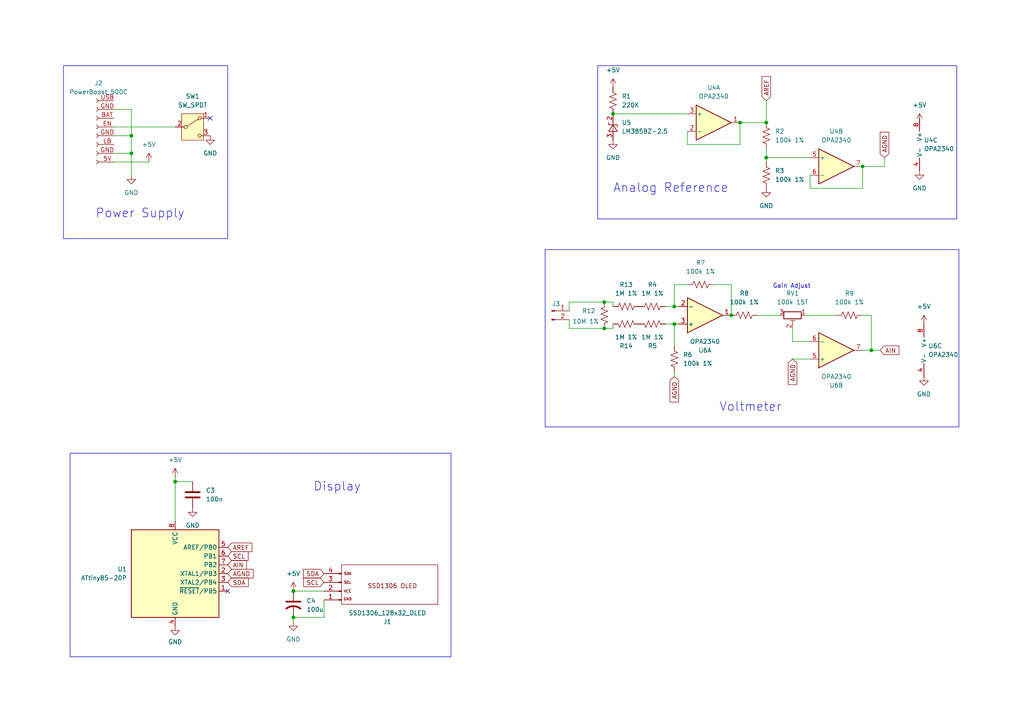
<source format=kicad_sch>
(kicad_sch (version 20250114) (generator "eeschema") (generator_version "9.0")
  (paper "A4")
  (lib_symbols
    (symbol "Amplifier_Operational:OPA2340" (pin_names (offset 0.127))
      (property "Reference" "U" (at 0 5.08 0))
      (property "Value" "OPA2340" (at 0 -5.08 0))
      (symbol "OPA2340_1_1"
        (polyline (pts (xy -5.08 5.08) (xy 5.08 0) (xy -5.08 -5.08) (xy -5.08 5.08)) (stroke (width 0.254)) (fill (type background)))
        (pin input line (at -7.62 2.54 0) (length 2.54) (name "+") (number "3"))
        (pin input line (at -7.62 -2.54 0) (length 2.54) (name "-") (number "2"))
        (pin output line (at 7.62 0 180) (length 2.54) (name "~") (number "1"))
      )
      (symbol "OPA2340_2_1"
        (polyline (pts (xy -5.08 5.08) (xy 5.08 0) (xy -5.08 -5.08) (xy -5.08 5.08)) (stroke (width 0.254)) (fill (type background)))
        (pin input line (at -7.62 2.54 0) (length 2.54) (name "+") (number "5"))
        (pin input line (at -7.62 -2.54 0) (length 2.54) (name "-") (number "6"))
        (pin output line (at 7.62 0 180) (length 2.54) (name "~") (number "7"))
      )
      (symbol "OPA2340_3_1"
        (pin power_in line (at -2.54 7.62 270) (length 3.81) (name "V+") (number "8"))
        (pin power_in line (at -2.54 -7.62 90) (length 3.81) (name "V-") (number "4"))
      )
    )
    (symbol "Connector:Conn_01x02_Pin" (pin_names (offset 1.016) (hide yes))
      (property "Reference" "J" (at 0 2.54 0))
      (property "Value" "Conn_01x02_Pin" (at 0 -5.08 0))
      (symbol "Conn_01x02_Pin_1_1"
        (rectangle (start 0.8636 0.127) (end 0 -0.127) (stroke (width 0.1524)) (fill (type outline)))
        (rectangle (start 0.8636 -2.413) (end 0 -2.667) (stroke (width 0.1524)) (fill (type outline)))
        (polyline (pts (xy 1.27 0) (xy 0.8636 0)) (stroke (width 0.1524)))
        (polyline (pts (xy 1.27 -2.54) (xy 0.8636 -2.54)) (stroke (width 0.1524)))
        (pin passive line (at 5.08 0 180) (length 3.81) (name "Pin_1") (number "1"))
        (pin passive line (at 5.08 -2.54 180) (length 3.81) (name "Pin_2") (number "2"))
      )
    )
    (symbol "Device:C" (pin_numbers (hide yes)) (pin_names (offset 0.254))
      (property "Reference" "C" (at 0.635 2.54 0))
      (property "Value" "C" (at 0.635 -2.54 0))
      (symbol "C_0_1"
        (polyline (pts (xy -2.032 0.762) (xy 2.032 0.762)) (stroke (width 0.508)))
        (polyline (pts (xy -2.032 -0.762) (xy 2.032 -0.762)) (stroke (width 0.508)))
      )
      (symbol "C_1_1"
        (pin passive line (at 0 3.81 270) (length 2.794) (name "~") (number "1"))
        (pin passive line (at 0 -3.81 90) (length 2.794) (name "~") (number "2"))
      )
    )
    (symbol "Device:C_US" (pin_numbers (hide yes)) (pin_names (offset 0.254) (hide yes))
      (property "Reference" "C" (at 0.635 2.54 0))
      (property "Value" "C_US" (at 0.635 -2.54 0))
      (symbol "C_US_0_1"
        (polyline (pts (xy -2.032 0.762) (xy 2.032 0.762)) (stroke (width 0.508)))
        (arc (start -2.032 -1.27) (mid 0 -0.5572) (end 2.032 -1.27) (stroke (width 0.508)))
      )
      (symbol "C_US_1_1"
        (pin passive line (at 0 3.81 270) (length 2.794) (name "~") (number "1"))
        (pin passive line (at 0 -3.81 90) (length 3.302) (name "~") (number "2"))
      )
    )
    (symbol "Device:R_Potentiometer_Trim" (pin_names (offset 1.016) (hide yes))
      (property "Reference" "RV" (at -4.445 0 90))
      (property "Value" "R_Potentiometer_Trim" (at -2.54 0 90))
      (symbol "R_Potentiometer_Trim_0_1"
        (rectangle (start 1.016 2.54) (end -1.016 -2.54) (stroke (width 0.254)))
        (polyline (pts (xy 1.524 0.762) (xy 1.524 -0.762)))
        (polyline (pts (xy 2.54 0) (xy 1.524 0)))
      )
      (symbol "R_Potentiometer_Trim_1_1"
        (pin passive line (at 0 3.81 270) (length 1.27) (name "1") (number "1"))
        (pin passive line (at 0 -3.81 90) (length 1.27) (name "3") (number "3"))
        (pin passive line (at 3.81 0 180) (length 1.27) (name "2") (number "2"))
      )
    )
    (symbol "Device:R_US" (pin_numbers (hide yes)) (pin_names (offset 0))
      (property "Reference" "R" (at 2.54 0 90))
      (property "Value" "R_US" (at -2.54 0 90))
      (symbol "R_US_0_1"
        (polyline (pts (xy 0 2.286) (xy 0 2.54)))
        (polyline (pts (xy 0 2.286) (xy 1.016 1.905) (xy 0 1.524) (xy -1.016 1.143) (xy 0 0.762)))
        (polyline (pts (xy 0 0.762) (xy 1.016 0.381) (xy 0 0) (xy -1.016 -0.381) (xy 0 -0.762)))
        (polyline (pts (xy 0 -0.762) (xy 1.016 -1.143) (xy 0 -1.524) (xy -1.016 -1.905) (xy 0 -2.286)))
        (polyline (pts (xy 0 -2.286) (xy 0 -2.54)))
      )
      (symbol "R_US_1_1"
        (pin passive line (at 0 3.81 270) (length 1.27) (name "~") (number "1"))
        (pin passive line (at 0 -3.81 90) (length 1.27) (name "~") (number "2"))
      )
    )
    (symbol "MCU_Microchip_ATtiny:ATtiny85-20P"
      (property "Reference" "U" (at -12.7 13.97 0))
      (property "Value" "ATtiny85-20P" (at 2.54 -13.97 0))
      (symbol "ATtiny85-20P_0_1"
        (rectangle (start -12.7 -12.7) (end 12.7 12.7) (stroke (width 0.254)) (fill (type background)))
      )
      (symbol "ATtiny85-20P_1_1"
        (pin power_in line (at 0 15.24 270) (length 2.54) (name "VCC") (number "8"))
        (pin power_in line (at 0 -15.24 90) (length 2.54) (name "GND") (number "4"))
        (pin bidirectional line (at 15.24 7.62 180) (length 2.54) (name "AREF/PB0") (number "5"))
        (pin bidirectional line (at 15.24 5.08 180) (length 2.54) (name "PB1") (number "6"))
        (pin bidirectional line (at 15.24 2.54 180) (length 2.54) (name "PB2") (number "7"))
        (pin bidirectional line (at 15.24 0 180) (length 2.54) (name "XTAL1/PB3") (number "2"))
        (pin bidirectional line (at 15.24 -2.54 180) (length 2.54) (name "XTAL2/PB4") (number "3"))
        (pin bidirectional line (at 15.24 -5.08 180) (length 2.54) (name "~{RESET}/PB5") (number "1"))
      )
    )
    (symbol "Reference_Voltage:LM385BZ-2.5" (pin_names (offset 0.0254) (hide yes))
      (property "Reference" "U" (at 0 2.54 0))
      (property "Value" "LM385BZ-2.5" (at 0 -3.175 0))
      (symbol "LM385BZ-2.5_0_1"
        (polyline (pts (xy -1.27 0) (xy 0 0) (xy 1.27 0)))
        (polyline (pts (xy -1.27 -1.27) (xy 0.635 0) (xy -1.27 1.27) (xy -1.27 -1.27)) (stroke (width 0.2032)))
        (polyline (pts (xy 0 -1.27) (xy 0.635 -1.27) (xy 0.635 1.27) (xy 1.27 1.27)) (stroke (width 0.2032)))
      )
      (symbol "LM385BZ-2.5_1_1"
        (pin passive line (at -3.81 0 0) (length 2.54) (name "A") (number "3"))
        (pin passive line (at 3.81 0 180) (length 2.54) (name "K") (number "2"))
      )
    )
    (symbol "Switch:SW_SPDT" (pin_names (offset 0) (hide yes))
      (property "Reference" "SW" (at 0 5.08 0))
      (property "Value" "SW_SPDT" (at 0 -5.08 0))
      (symbol "SW_SPDT_0_1"
        (circle (center -2.032 0) (radius 0.4572))
        (polyline (pts (xy -1.651 0.254) (xy 1.651 2.286)))
        (circle (center 2.032 2.54) (radius 0.4572))
        (circle (center 2.032 -2.54) (radius 0.4572))
      )
      (symbol "SW_SPDT_1_1"
        (rectangle (start -3.175 3.81) (end 3.175 -3.81) (fill (type background)))
        (pin passive line (at -5.08 0 0) (length 2.54) (name "B") (number "2"))
        (pin passive line (at 5.08 2.54 180) (length 2.54) (name "A") (number "1"))
        (pin passive line (at 5.08 -2.54 180) (length 2.54) (name "C") (number "3"))
      )
    )
    (symbol "User:PowerBoost_500C" (pin_names (offset 1.016) (hide yes))
      (property "Reference" "J2" (at -0.635 8.89 0))
      (property "Value" "PowerBoost_500C" (at -0.635 6.35 0))
      (symbol "PowerBoost_500C_1_1"
        (arc (start -1.27 4.318) (mid -0.7642 3.81) (end -1.27 3.302) (stroke (width 0.1524)))
        (arc (start -1.27 1.778) (mid -0.7642 1.27) (end -1.27 0.762) (stroke (width 0.1524)))
        (arc (start -1.27 -0.762) (mid -0.7642 -1.27) (end -1.27 -1.778) (stroke (width 0.1524)))
        (arc (start -1.27 -3.302) (mid -0.7642 -3.81) (end -1.27 -4.318) (stroke (width 0.1524)))
        (arc (start -1.27 -5.842) (mid -0.7642 -6.35) (end -1.27 -6.858) (stroke (width 0.1524)))
        (arc (start -1.27 -8.382) (mid -0.7642 -8.89) (end -1.27 -9.398) (stroke (width 0.1524)))
        (arc (start -1.27 -10.922) (mid -0.7642 -11.43) (end -1.27 -11.938) (stroke (width 0.1524)))
        (arc (start -1.27 -13.462) (mid -0.7642 -13.97) (end -1.27 -14.478) (stroke (width 0.1524)))
        (polyline (pts (xy 0 3.81) (xy -0.762 3.81)) (stroke (width 0.1524)))
        (polyline (pts (xy 0 1.27) (xy -0.762 1.27)) (stroke (width 0.1524)))
        (polyline (pts (xy 0 -1.27) (xy -0.762 -1.27)) (stroke (width 0.1524)))
        (polyline (pts (xy 0 -3.81) (xy -0.762 -3.81)) (stroke (width 0.1524)))
        (polyline (pts (xy 0 -6.35) (xy -0.762 -6.35)) (stroke (width 0.1524)))
        (polyline (pts (xy 0 -8.89) (xy -0.762 -8.89)) (stroke (width 0.1524)))
        (polyline (pts (xy 0 -11.43) (xy -0.762 -11.43)) (stroke (width 0.1524)))
        (polyline (pts (xy 0 -13.97) (xy -0.762 -13.97)) (stroke (width 0.1524)))
        (pin passive line (at 3.81 3.81 180) (length 3.81) (name "Pin_8") (number "USB"))
        (pin passive line (at 3.81 1.27 180) (length 3.81) (name "Pin_7") (number "GND"))
        (pin passive line (at 3.81 -1.27 180) (length 3.81) (name "Pin_6") (number "BAT"))
        (pin passive line (at 3.81 -3.81 180) (length 3.81) (name "Pin_5") (number "EN"))
        (pin passive line (at 3.81 -6.35 180) (length 3.81) (name "Pin_4") (number "GND"))
        (pin passive line (at 3.81 -8.89 180) (length 3.81) (name "Pin_3") (number "LB"))
        (pin passive line (at 3.81 -11.43 180) (length 3.81) (name "Pin_2") (number "GND"))
        (pin passive line (at 3.81 -13.97 180) (length 3.81) (name "Pin_1") (number "5V"))
      )
    )
    (symbol "User:SSD1306_128x32_OLED" (pin_names (offset 1.016) (hide yes))
      (property "Reference" "J1" (at 0.635 7.62 0))
      (property "Value" "SSD1306_128x32_OLED" (at 0.635 5.08 0))
      (symbol "SSD1306_128x32_OLED_1_1"
        (rectangle (start 0 3.81) (end -27.94 -7.62))
        (rectangle (start 0.8636 2.667) (end 0 2.413) (stroke (width 0.1524)) (fill (type outline)))
        (rectangle (start 0.8636 0.127) (end 0 -0.127) (stroke (width 0.1524)) (fill (type outline)))
        (rectangle (start 0.8636 -2.413) (end 0 -2.667) (stroke (width 0.1524)) (fill (type outline)))
        (rectangle (start 0.8636 -4.953) (end 0 -5.207) (stroke (width 0.1524)) (fill (type outline)))
        (polyline (pts (xy 1.27 2.54) (xy 0.8636 2.54)) (stroke (width 0.1524)))
        (polyline (pts (xy 1.27 0) (xy 0.8636 0)) (stroke (width 0.1524)))
        (polyline (pts (xy 1.27 -2.54) (xy 0.8636 -2.54)) (stroke (width 0.1524)))
        (polyline (pts (xy 1.27 -5.08) (xy 0.8636 -5.08)) (stroke (width 0.1524)))
        (text "SSD1306 OLED" (at -14.732 -1.524 0) (effects (font (size 1.27 1.27))))
        (text "GND" (at -1.778 2.286 0) (effects (font (size 0.762 0.762))))
        (text "VCC" (at -1.778 0 0) (effects (font (size 0.762 0.762))))
        (text "SCL" (at -1.778 -2.54 0) (effects (font (size 0.762 0.762))))
        (text "SDA" (at -1.778 -5.08 0) (effects (font (size 0.762 0.762))))
        (pin passive line (at 5.08 2.54 180) (length 3.81) (name "GND") (number "1"))
        (pin passive line (at 5.08 0 180) (length 3.81) (name "VCC") (number "2"))
        (pin input line (at 5.08 -2.54 180) (length 3.81) (name "SCL") (number "3"))
        (pin bidirectional line (at 5.08 -5.08 180) (length 3.81) (name "SDA") (number "4"))
      )
    )
    (symbol "power:+5V" (power) (pin_numbers (hide yes)) (pin_names (offset 0) (hide yes))
      (property "Value" "+5V" (at 0 3.556 0))
      (symbol "+5V_0_1"
        (polyline (pts (xy -0.762 1.27) (xy 0 2.54)))
        (polyline (pts (xy 0 2.54) (xy 0.762 1.27)))
        (polyline (pts (xy 0 0) (xy 0 2.54)))
      )
      (symbol "+5V_1_1"
        (pin power_in line (at 0 0 90) (length 0) (name "~") (number "1"))
      )
    )
    (symbol "power:GND" (power) (pin_numbers (hide yes)) (pin_names (offset 0) (hide yes))
      (property "Value" "GND" (at 0 -3.81 0))
      (symbol "GND_0_1"
        (polyline (pts (xy 0 0) (xy 0 -1.27) (xy 1.27 -1.27) (xy 0 -2.54) (xy -1.27 -1.27) (xy 0 -1.27)))
      )
      (symbol "GND_1_1"
        (pin power_in line (at 0 0 270) (length 0) (name "~") (number "1"))
      )
    )
  )
  (rectangle (start 173.355 19.05) (end 277.495 63.5))
  (rectangle (start 18.415 19.05) (end 66.04 69.215))
  (rectangle (start 20.32 131.445) (end 130.81 190.5))
  (rectangle (start 158.115 72.39) (end 278.13 123.825))
  (text "Power Supply" (at 40.64 61.976 0) (effects (font (size 2.54 2.54))))
  (text "Analog Reference" (at 194.564 54.61 0) (effects (font (size 2.54 2.54))))
  (text "Voltmeter" (at 217.678 118.11 0) (effects (font (size 2.54 2.54))))
  (text "Gain Adjust\n" (at 229.616 83.058 0) (effects (font (size 1.27 1.27))))
  (text "Display" (at 97.79 141.224 0) (effects (font (size 2.54 2.54))))
  (junction (at 175.26 87.63))
  (junction (at 222.25 35.56))
  (junction (at 50.8 139.7))
  (junction (at 177.8 33.02))
  (junction (at 175.26 95.25))
  (junction (at 38.1 39.37))
  (junction (at 195.58 93.98))
  (junction (at 214.63 35.56))
  (junction (at 38.1 44.45))
  (junction (at 212.09 91.44))
  (junction (at 85.09 171.45))
  (junction (at 250.19 48.26))
  (junction (at 195.58 88.9))
  (junction (at 85.09 179.07))
  (junction (at 222.25 45.72))
  (junction (at 252.73 101.6))
  (no_connect (at 60.96 34.29))
  (no_connect (at 66.04 171.45))
  (wire (pts (xy 43.18 46.99) (xy 33.02 46.99)))
  (wire (pts (xy 229.87 99.06) (xy 234.95 99.06)))
  (wire (pts (xy 250.19 48.26) (xy 250.19 54.61)))
  (wire (pts (xy 226.06 91.44) (xy 219.71 91.44)))
  (wire (pts (xy 222.25 29.21) (xy 222.25 35.56)))
  (wire (pts (xy 85.09 180.34) (xy 85.09 179.07)))
  (wire (pts (xy 177.8 93.98) (xy 177.8 95.25)))
  (wire (pts (xy 50.8 139.7) (xy 55.88 139.7)))
  (wire (pts (xy 175.26 87.63) (xy 177.8 87.63)))
  (wire (pts (xy 175.26 95.25) (xy 177.8 95.25)))
  (wire (pts (xy 85.09 171.45) (xy 93.98 171.45)))
  (wire (pts (xy 195.58 100.33) (xy 195.58 93.98)))
  (wire (pts (xy 193.04 93.98) (xy 195.58 93.98)))
  (wire (pts (xy 195.58 93.98) (xy 196.85 93.98)))
  (wire (pts (xy 242.57 91.44) (xy 233.68 91.44)))
  (wire (pts (xy 195.58 88.9) (xy 196.85 88.9)))
  (wire (pts (xy 256.54 45.72) (xy 256.54 48.26)))
  (wire (pts (xy 250.19 48.26) (xy 256.54 48.26)))
  (wire (pts (xy 193.04 88.9) (xy 195.58 88.9)))
  (wire (pts (xy 222.25 43.18) (xy 222.25 45.72)))
  (wire (pts (xy 234.95 50.8) (xy 234.95 54.61)))
  (wire (pts (xy 38.1 31.75) (xy 38.1 39.37)))
  (wire (pts (xy 165.1 87.63) (xy 175.26 87.63)))
  (wire (pts (xy 93.98 179.07) (xy 93.98 173.99)))
  (wire (pts (xy 250.19 101.6) (xy 252.73 101.6)))
  (wire (pts (xy 199.39 38.1) (xy 199.39 41.91)))
  (wire (pts (xy 165.1 92.71) (xy 165.1 95.25)))
  (wire (pts (xy 199.39 33.02) (xy 177.8 33.02)))
  (wire (pts (xy 195.58 82.55) (xy 195.58 88.9)))
  (wire (pts (xy 229.87 104.14) (xy 234.95 104.14)))
  (wire (pts (xy 177.8 87.63) (xy 177.8 88.9)))
  (wire (pts (xy 33.02 44.45) (xy 38.1 44.45)))
  (wire (pts (xy 252.73 91.44) (xy 250.19 91.44)))
  (wire (pts (xy 199.39 82.55) (xy 195.58 82.55)))
  (wire (pts (xy 38.1 50.8) (xy 38.1 44.45)))
  (wire (pts (xy 222.25 45.72) (xy 234.95 45.72)))
  (wire (pts (xy 207.01 82.55) (xy 212.09 82.55)))
  (wire (pts (xy 165.1 90.17) (xy 165.1 87.63)))
  (wire (pts (xy 212.09 82.55) (xy 212.09 91.44)))
  (wire (pts (xy 195.58 109.22) (xy 195.58 107.95)))
  (wire (pts (xy 214.63 35.56) (xy 214.63 41.91)))
  (wire (pts (xy 33.02 36.83) (xy 50.8 36.83)))
  (wire (pts (xy 50.8 138.43) (xy 50.8 139.7)))
  (wire (pts (xy 33.02 31.75) (xy 38.1 31.75)))
  (wire (pts (xy 50.8 139.7) (xy 50.8 151.13)))
  (wire (pts (xy 234.95 54.61) (xy 250.19 54.61)))
  (wire (pts (xy 252.73 101.6) (xy 255.27 101.6)))
  (wire (pts (xy 199.39 41.91) (xy 214.63 41.91)))
  (wire (pts (xy 252.73 101.6) (xy 252.73 91.44)))
  (wire (pts (xy 85.09 179.07) (xy 93.98 179.07)))
  (wire (pts (xy 165.1 95.25) (xy 175.26 95.25)))
  (wire (pts (xy 222.25 45.72) (xy 222.25 46.99)))
  (wire (pts (xy 214.63 35.56) (xy 222.25 35.56)))
  (wire (pts (xy 38.1 44.45) (xy 38.1 39.37)))
  (wire (pts (xy 38.1 39.37) (xy 33.02 39.37)))
  (wire (pts (xy 229.87 99.06) (xy 229.87 95.25)))
  (global_label "SCL" (shape input) (at 93.98 168.91 180) (property "Intersheetrefs" "${INTERSHEET_REFS}" (effects (hide yes))))
  (global_label "AIN" (shape input) (at 255.27 101.6 0) (property "Intersheetrefs" "${INTERSHEET_REFS}" (effects (hide yes))))
  (global_label "AREF" (shape input) (at 222.25 29.21 90) (property "Intersheetrefs" "${INTERSHEET_REFS}" (effects (hide yes))))
  (global_label "SDA" (shape input) (at 93.98 166.37 180) (property "Intersheetrefs" "${INTERSHEET_REFS}" (effects (hide yes))))
  (global_label "SCL" (shape input) (at 66.04 161.29 0) (property "Intersheetrefs" "${INTERSHEET_REFS}" (effects (hide yes))))
  (global_label "AIN" (shape input) (at 66.04 163.83 0) (property "Intersheetrefs" "${INTERSHEET_REFS}" (effects (hide yes))))
  (global_label "AGND" (shape input) (at 256.54 45.72 90) (property "Intersheetrefs" "${INTERSHEET_REFS}" (effects (hide yes))))
  (global_label "AGND" (shape input) (at 229.87 104.14 270) (property "Intersheetrefs" "${INTERSHEET_REFS}" (effects (hide yes))))
  (global_label "AGND" (shape input) (at 195.58 109.22 270) (property "Intersheetrefs" "${INTERSHEET_REFS}" (effects (hide yes))))
  (global_label "AGND" (shape input) (at 66.04 166.37 0) (property "Intersheetrefs" "${INTERSHEET_REFS}" (effects (hide yes))))
  (global_label "AREF" (shape input) (at 66.04 158.75 0) (property "Intersheetrefs" "${INTERSHEET_REFS}" (effects (hide yes))))
  (global_label "SDA" (shape input) (at 66.04 168.91 0) (property "Intersheetrefs" "${INTERSHEET_REFS}" (effects (hide yes))))
  (symbol (lib_id "Amplifier_Operational:OPA2340") (at 270.51 101.6 0) (unit 3)
    (property "Reference" "U6" (at 269.24 100.3299 0) (effects (justify left)))
    (property "Value" "OPA2340" (at 269.24 102.8699 0) (effects (justify left)))
    (property "Footprint" "Package_SO:SOIC-8_3.9x4.9mm_P1.27mm" (effects (hide yes)))
    (property "Datasheet" "http://www.ti.com/lit/ds/symlink/opa4340.pdf" (effects (hide yes)))
    (property "Description" "Dual Single-Supply, Rail-to-Rail Operational Amplifiers, MicroAmplifier Series, DIP-8/SOIC-8/SSOP-8" (effects (hide yes)))
  )
  (symbol (lib_id "Device:R_US") (at 195.58 104.14 0) (unit 1)
    (property "Reference" "R6" (at 198.12 102.8699 0) (effects (justify left)))
    (property "Value" "100k 1%" (at 198.12 105.4099 0) (effects (justify left)))
    (property "Footprint" "Resistor_THT:R_Axial_DIN0207_L6.3mm_D2.5mm_P5.08mm_Vertical" (effects (hide yes)))
    (property "Description" "Resistor, US symbol" (effects (hide yes)))
  )
  (symbol (lib_id "power:GND") (at 267.97 109.22 0) (unit 1)
    (property "Reference" "#PWR014" (effects (hide yes)))
    (property "Value" "GND" (at 267.97 114.3 0))
    (property "Description" "Power symbol creates a global label with name \"GND\" , ground" (effects (hide yes)))
  )
  (symbol (lib_id "Device:R_US") (at 177.8 29.21 0) (unit 1)
    (property "Reference" "R1" (at 180.34 27.9399 0) (effects (justify left)))
    (property "Value" "220K" (at 180.34 30.4799 0) (effects (justify left)))
    (property "Footprint" "Resistor_THT:R_Axial_DIN0207_L6.3mm_D2.5mm_P10.16mm_Horizontal" (effects (hide yes)))
    (property "Description" "Resistor, US symbol" (effects (hide yes)))
  )
  (symbol (lib_id "Device:R_US") (at 246.38 91.44 90) (unit 1)
    (property "Reference" "R9" (at 246.38 85.09 90))
    (property "Value" "100k 1%" (at 246.38 87.63 90))
    (property "Footprint" "Resistor_THT:R_Axial_DIN0207_L6.3mm_D2.5mm_P2.54mm_Vertical" (effects (hide yes)))
    (property "Description" "Resistor, US symbol" (effects (hide yes)))
  )
  (symbol (lib_id "Device:R_Potentiometer_Trim") (at 229.87 91.44 270) (unit 1)
    (property "Reference" "RV1" (at 229.87 85.09 90))
    (property "Value" "100k 15T" (at 229.87 87.63 90))
    (property "Footprint" "Potentiometer_THT:Potentiometer_Bourns_3296W_Vertical" (effects (hide yes)))
    (property "Description" "Trim-potentiometer" (effects (hide yes)))
  )
  (symbol (lib_id "Device:R_US") (at 222.25 39.37 0) (unit 1)
    (property "Reference" "R2" (at 224.79 38.0999 0) (effects (justify left)))
    (property "Value" "100k 1%" (at 224.79 40.6399 0) (effects (justify left)))
    (property "Footprint" "Resistor_THT:R_Axial_DIN0207_L6.3mm_D2.5mm_P10.16mm_Horizontal" (effects (hide yes)))
    (property "Description" "Resistor, US symbol" (effects (hide yes)))
  )
  (symbol (lib_id "Amplifier_Operational:OPA2340") (at 207.01 35.56 0) (unit 1)
    (property "Reference" "U4" (at 207.01 25.4 0))
    (property "Value" "OPA2340" (at 207.01 27.94 0))
    (property "Footprint" "Package_SO:SOIC-8_3.9x4.9mm_P1.27mm" (effects (hide yes)))
    (property "Datasheet" "http://www.ti.com/lit/ds/symlink/opa4340.pdf" (effects (hide yes)))
    (property "Description" "Dual Single-Supply, Rail-to-Rail Operational Amplifiers, MicroAmplifier Series, DIP-8/SOIC-8/SSOP-8" (effects (hide yes)))
  )
  (symbol (lib_id "Device:R_US") (at 215.9 91.44 270) (unit 1)
    (property "Reference" "R8" (at 215.9 85.09 90))
    (property "Value" "100k 1%" (at 215.9 87.63 90))
    (property "Footprint" "Resistor_THT:R_Axial_DIN0207_L6.3mm_D2.5mm_P10.16mm_Horizontal" (effects (hide yes)))
    (property "Description" "Resistor, US symbol" (effects (hide yes)))
  )
  (symbol (lib_id "power:GND") (at 222.25 54.61 0) (unit 1)
    (property "Reference" "#PWR010" (effects (hide yes)))
    (property "Value" "GND" (at 222.25 59.69 0))
    (property "Description" "Power symbol creates a global label with name \"GND\" , ground" (effects (hide yes)))
  )
  (symbol (lib_id "Device:C_US") (at 85.09 175.26 0) (unit 1)
    (property "Reference" "C4" (at 88.9 174.2439 0) (effects (justify left)))
    (property "Value" "100u" (at 88.9 176.7839 0) (effects (justify left)))
    (property "Footprint" "Capacitor_THT:C_Radial_D6.3mm_H7.0mm_P2.50mm" (effects (hide yes)))
    (property "Description" "capacitor, US symbol" (effects (hide yes)))
  )
  (symbol (lib_id "Device:R_US") (at 189.23 88.9 90) (unit 1)
    (property "Reference" "R4" (at 189.23 82.55 90))
    (property "Value" "1M 1%" (at 189.23 85.09 90))
    (property "Footprint" "Resistor_THT:R_Axial_DIN0207_L6.3mm_D2.5mm_P2.54mm_Vertical" (effects (hide yes)))
    (property "Description" "Resistor, US symbol" (effects (hide yes)))
  )
  (symbol (lib_id "Device:R_US") (at 222.25 50.8 0) (unit 1)
    (property "Reference" "R3" (at 224.79 49.5299 0) (effects (justify left)))
    (property "Value" "100k 1%" (at 224.79 52.0699 0) (effects (justify left)))
    (property "Footprint" "Resistor_THT:R_Axial_DIN0207_L6.3mm_D2.5mm_P7.62mm_Horizontal" (effects (hide yes)))
    (property "Description" "Resistor, US symbol" (effects (hide yes)))
  )
  (symbol (lib_id "power:GND") (at 50.8 181.61 0) (unit 1)
    (property "Reference" "#PWR04" (effects (hide yes)))
    (property "Value" "GND" (at 50.8 186.182 0))
    (property "Description" "Power symbol creates a global label with name \"GND\" , ground" (effects (hide yes)))
  )
  (symbol (lib_id "Device:C") (at 55.88 143.51 0) (unit 1)
    (property "Reference" "C3" (at 59.69 142.2399 0) (effects (justify left)))
    (property "Value" "100n" (at 59.69 144.7799 0) (effects (justify left)))
    (property "Footprint" "Capacitor_THT:C_Disc_D7.0mm_W2.5mm_P5.00mm" (effects (hide yes)))
    (property "Description" "Unpolarized capacitor" (effects (hide yes)))
  )
  (symbol (lib_id "Amplifier_Operational:OPA2340") (at 242.57 48.26 0) (unit 2)
    (property "Reference" "U4" (at 242.57 38.1 0))
    (property "Value" "OPA2340" (at 242.57 40.64 0))
    (property "Footprint" "Package_SO:SOIC-8_3.9x4.9mm_P1.27mm" (effects (hide yes)))
    (property "Datasheet" "http://www.ti.com/lit/ds/symlink/opa4340.pdf" (effects (hide yes)))
    (property "Description" "Dual Single-Supply, Rail-to-Rail Operational Amplifiers, MicroAmplifier Series, DIP-8/SOIC-8/SSOP-8" (effects (hide yes)))
  )
  (symbol (lib_id "Device:R_US") (at 181.61 88.9 90) (unit 1)
    (property "Reference" "R13" (at 181.61 82.55 90))
    (property "Value" "1M 1%" (at 181.61 85.09 90))
    (property "Footprint" "Resistor_THT:R_Axial_DIN0207_L6.3mm_D2.5mm_P2.54mm_Vertical" (effects (hide yes)))
    (property "Description" "Resistor, US symbol" (effects (hide yes)))
  )
  (symbol (lib_id "power:GND") (at 55.88 147.32 0) (unit 1)
    (property "Reference" "#PWR05" (effects (hide yes)))
    (property "Value" "GND" (at 55.88 152.4 0))
    (property "Description" "Power symbol creates a global label with name \"GND\" , ground" (effects (hide yes)))
  )
  (symbol (lib_id "power:+5V") (at 50.8 138.43 0) (unit 1)
    (property "Reference" "#PWR03" (effects (hide yes)))
    (property "Value" "+5V" (at 50.8 133.35 0))
    (property "Description" "Power symbol creates a global label with name \"+5V\"" (effects (hide yes)))
  )
  (symbol (lib_id "Amplifier_Operational:OPA2340") (at 204.47 91.44 0) (mirror x) (unit 1)
    (property "Reference" "U6" (at 204.47 101.6 0))
    (property "Value" "OPA2340" (at 204.47 99.06 0))
    (property "Footprint" "Package_SO:SOIC-8_3.9x4.9mm_P1.27mm" (effects (hide yes)))
    (property "Datasheet" "http://www.ti.com/lit/ds/symlink/opa4340.pdf" (effects (hide yes)))
    (property "Description" "Dual Single-Supply, Rail-to-Rail Operational Amplifiers, MicroAmplifier Series, DIP-8/SOIC-8/SSOP-8" (effects (hide yes)))
  )
  (symbol (lib_id "Switch:SW_SPDT") (at 55.88 36.83 0) (unit 1)
    (property "Reference" "SW1" (at 55.88 27.94 0))
    (property "Value" "SW_SPDT" (at 55.88 30.48 0))
    (property "Footprint" "Button_Switch_THT:SW_Slide_SPDT_Angled_CK_OS102011MA1Q" (effects (hide yes)))
    (property "Description" "Switch, single pole double throw" (effects (hide yes)))
  )
  (symbol (lib_id "Device:R_US") (at 181.61 93.98 90) (mirror x) (unit 1)
    (property "Reference" "R14" (at 181.61 100.33 90))
    (property "Value" "1M 1%" (at 181.61 97.79 90))
    (property "Footprint" "Resistor_THT:R_Axial_DIN0207_L6.3mm_D2.5mm_P2.54mm_Vertical" (effects (hide yes)))
    (property "Description" "Resistor, US symbol" (effects (hide yes)))
  )
  (symbol (lib_id "Reference_Voltage:LM385BZ-2.5") (at 177.8 36.83 90) (unit 1)
    (property "Reference" "U5" (at 180.34 35.5599 90) (effects (justify right)))
    (property "Value" "LM385BZ-2.5" (at 180.34 38.0999 90) (effects (justify right)))
    (property "Footprint" "Package_TO_SOT_THT:TO-92_Inline" (effects (hide yes)))
    (property "Datasheet" "http://www.onsemi.com/pub_link/Collateral/LM285-D.PDF" (effects (hide yes)))
    (property "Description" "2.5V Micropower Voltage Reference Diodes, TO-92" (effects (hide yes)))
  )
  (symbol (lib_id "Connector:Conn_01x02_Pin") (at 160.02 90.17 0) (unit 1)
    (property "Reference" "J3" (at 161.29 88.138 0))
    (property "Value" "Conn_01x02_Pin" (effects (hide yes)))
    (property "Footprint" "Connector_PinHeader_2.54mm:PinHeader_1x02_P2.54mm_Vertical" (effects (hide yes)))
    (property "Description" "Generic connector, single row, 01x02, script generated" (effects (hide yes)))
  )
  (symbol (lib_id "power:GND") (at 60.96 39.37 0) (unit 1)
    (property "Reference" "#PWR011" (effects (hide yes)))
    (property "Value" "GND" (at 60.96 44.45 0))
    (property "Description" "Power symbol creates a global label with name \"GND\" , ground" (effects (hide yes)))
  )
  (symbol (lib_id "User:PowerBoost_500C") (at 29.21 33.02 0) (unit 1)
    (property "Reference" "J2" (at 28.575 24.13 0))
    (property "Value" "PowerBoost_500C" (at 28.575 26.67 0))
    (property "Description" "Generic connector, single row, 01x08, script generated" (effects (hide yes)))
  )
  (symbol (lib_id "Device:R_US") (at 203.2 82.55 90) (unit 1)
    (property "Reference" "R7" (at 203.2 76.2 90))
    (property "Value" "100k 1%" (at 203.2 78.74 90))
    (property "Footprint" "Resistor_THT:R_Axial_DIN0207_L6.3mm_D2.5mm_P2.54mm_Vertical" (effects (hide yes)))
    (property "Description" "Resistor, US symbol" (effects (hide yes)))
  )
  (symbol (lib_id "power:GND") (at 177.8 40.64 0) (unit 1)
    (property "Reference" "#PWR09" (effects (hide yes)))
    (property "Value" "GND" (at 177.8 45.72 0))
    (property "Description" "Power symbol creates a global label with name \"GND\" , ground" (effects (hide yes)))
  )
  (symbol (lib_id "power:+5V") (at 43.18 46.99 0) (unit 1)
    (property "Reference" "#PWR02" (effects (hide yes)))
    (property "Value" "+5V" (at 43.18 41.91 0))
    (property "Description" "Power symbol creates a global label with name \"+5V\"" (effects (hide yes)))
  )
  (symbol (lib_id "power:+5V") (at 85.09 171.45 0) (unit 1)
    (property "Reference" "#PWR06" (effects (hide yes)))
    (property "Value" "+5V" (at 85.09 166.37 0))
    (property "Description" "Power symbol creates a global label with name \"+5V\"" (effects (hide yes)))
  )
  (symbol (lib_id "power:GND") (at 85.09 180.34 0) (unit 1)
    (property "Reference" "#PWR07" (effects (hide yes)))
    (property "Value" "GND" (at 85.09 185.42 0))
    (property "Description" "Power symbol creates a global label with name \"GND\" , ground" (effects (hide yes)))
  )
  (symbol (lib_id "Amplifier_Operational:OPA2340") (at 242.57 101.6 0) (mirror x) (unit 2)
    (property "Reference" "U6" (at 242.57 111.76 0))
    (property "Value" "OPA2340" (at 242.57 109.22 0))
    (property "Footprint" "Package_SO:SOIC-8_3.9x4.9mm_P1.27mm" (effects (hide yes)))
    (property "Datasheet" "http://www.ti.com/lit/ds/symlink/opa4340.pdf" (effects (hide yes)))
    (property "Description" "Dual Single-Supply, Rail-to-Rail Operational Amplifiers, MicroAmplifier Series, DIP-8/SOIC-8/SSOP-8" (effects (hide yes)))
  )
  (symbol (lib_id "Amplifier_Operational:OPA2340") (at 269.24 41.91 0) (unit 3)
    (property "Reference" "U4" (at 267.97 40.6399 0) (effects (justify left)))
    (property "Value" "OPA2340" (at 267.97 43.1799 0) (effects (justify left)))
    (property "Footprint" "Package_SO:SOIC-8_3.9x4.9mm_P1.27mm" (effects (hide yes)))
    (property "Datasheet" "http://www.ti.com/lit/ds/symlink/opa4340.pdf" (effects (hide yes)))
    (property "Description" "Dual Single-Supply, Rail-to-Rail Operational Amplifiers, MicroAmplifier Series, DIP-8/SOIC-8/SSOP-8" (effects (hide yes)))
  )
  (symbol (lib_id "Device:R_US") (at 175.26 91.44 0) (mirror y) (unit 1)
    (property "Reference" "R12" (at 172.72 90.1699 0) (effects (justify left)))
    (property "Value" "10M 1%" (at 173.736 93.218 0) (effects (justify left)))
    (property "Footprint" "Resistor_THT:R_Axial_DIN0207_L6.3mm_D2.5mm_P2.54mm_Vertical" (effects (hide yes)))
    (property "Description" "Resistor, US symbol" (effects (hide yes)))
  )
  (symbol (lib_id "User:SSD1306_128x32_OLED") (at 99.06 171.45 180) (unit 1)
    (property "Reference" "J1" (at 112.3569 180.34 0))
    (property "Value" "SSD1306_128x32_OLED" (at 112.3569 177.8 0))
    (property "Footprint" "User:SSD1306_128x32_OLED" (effects (hide yes)))
    (property "Description" "Generic connector, single row, 01x04, script generated" (effects (hide yes)))
  )
  (symbol (lib_id "power:GND") (at 266.7 49.53 0) (unit 1)
    (property "Reference" "#PWR016" (effects (hide yes)))
    (property "Value" "GND" (at 266.7 54.61 0))
    (property "Description" "Power symbol creates a global label with name \"GND\" , ground" (effects (hide yes)))
  )
  (symbol (lib_id "power:GND") (at 38.1 50.8 0) (unit 1)
    (property "Reference" "#PWR01" (effects (hide yes)))
    (property "Value" "GND" (at 38.1 55.88 0))
    (property "Description" "Power symbol creates a global label with name \"GND\" , ground" (effects (hide yes)))
  )
  (symbol (lib_id "power:+5V") (at 267.97 93.98 0) (unit 1)
    (property "Reference" "#PWR013" (effects (hide yes)))
    (property "Value" "+5V" (at 267.97 88.9 0))
    (property "Description" "Power symbol creates a global label with name \"+5V\"" (effects (hide yes)))
  )
  (symbol (lib_id "Device:R_US") (at 189.23 93.98 90) (mirror x) (unit 1)
    (property "Reference" "R5" (at 189.23 100.33 90))
    (property "Value" "1M 1%" (at 189.23 97.79 90))
    (property "Footprint" "Resistor_THT:R_Axial_DIN0207_L6.3mm_D2.5mm_P2.54mm_Vertical" (effects (hide yes)))
    (property "Description" "Resistor, US symbol" (effects (hide yes)))
  )
  (symbol (lib_id "power:+5V") (at 177.8 25.4 0) (unit 1)
    (property "Reference" "#PWR08" (effects (hide yes)))
    (property "Value" "+5V" (at 177.8 20.32 0))
    (property "Description" "Power symbol creates a global label with name \"+5V\"" (effects (hide yes)))
  )
  (symbol (lib_id "power:+5V") (at 266.7 35.56 0) (unit 1)
    (property "Reference" "#PWR015" (effects (hide yes)))
    (property "Value" "+5V" (at 266.7 30.48 0))
    (property "Description" "Power symbol creates a global label with name \"+5V\"" (effects (hide yes)))
  )
  (symbol (lib_id "MCU_Microchip_ATtiny:ATtiny85-20P") (at 50.8 166.37 0) (unit 1)
    (property "Reference" "U1" (at 36.83 165.0999 0) (effects (justify right)))
    (property "Value" "ATtiny85-20P" (at 36.83 167.6399 0) (effects (justify right)))
    (property "Footprint" "Package_DIP:DIP-8_W7.62mm" (effects (hide yes)))
    (property "Datasheet" "http://ww1.microchip.com/downloads/en/DeviceDoc/atmel-2586-avr-8-bit-microcontroller-attiny25-attiny45-attiny85_datasheet.pdf" (effects (hide yes)))
    (property "Description" "20MHz, 8kB Flash, 512B SRAM, 512B EEPROM, debugWIRE, DIP-8" (effects (hide yes)))
  )
)
</source>
